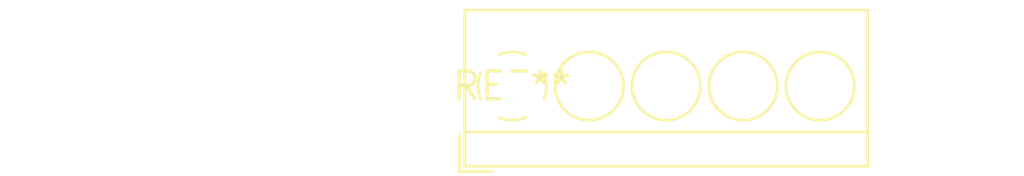
<source format=kicad_pcb>
(kicad_pcb (version 20240108) (generator pcbnew)
  (layers (0 "F.Cu" signal) (31 "B.Cu" signal) (34 "B.Paste" user) (35 "F.Paste" user) (36 "B.SilkS" user "B.Silkscreen") (37 "F.SilkS" user "F.Silkscreen") (38 "B.Mask" user) (39 "F.Mask" user) (44 "Edge.Cuts" user))
  (net 0 "")
  (footprint "TerminalBlock_4Ucon_1x05_P3.50mm_Horizontal" (layer "F.Cu") (at 0 0)
    (property "Reference" "REF**")
    (property "Value" "TerminalBlock_4Ucon_1x05_P3.50mm_Horizontal")
    (fp_line (start -2.4 2.16) (end -2.4 3.9) (layer "F.SilkS") (stroke (width 0.12)))
    (fp_line (start -2.4 3.9) (end -0.9 3.9) (layer "F.SilkS") (stroke (width 0.12)))
    (fp_line (start -2.16 -3.46) (end -2.16 3.66) (layer "F.SilkS") (stroke (width 0.12)))
    (fp_line (start -2.16 -3.46) (end 16.16 -3.46) (layer "F.SilkS") (stroke (width 0.12)))
    (fp_line (start -2.16 2.1) (end 16.16 2.1) (layer "F.SilkS") (stroke (width 0.12)))
    (fp_line (start -2.16 3.66) (end 16.16 3.66) (layer "F.SilkS") (stroke (width 0.12)))
    (fp_line (start 16.16 -3.46) (end 16.16 3.66) (layer "F.SilkS") (stroke (width 0.12)))
    (fp_arc (start -1.432109 0.607742) (mid -1.555727 -0.00014) (end -1.432 -0.608) (layer "F.SilkS") (stroke (width 0.12)))
    (fp_arc (start -0.607742 -1.432109) (mid 0.00014 -1.555727) (end 0.608 -1.432) (layer "F.SilkS") (stroke (width 0.12)))
    (fp_arc (start 0.027011 1.555493) (mid -0.296984 1.527118) (end -0.608 1.432) (layer "F.SilkS") (stroke (width 0.12)))
    (fp_arc (start 0.607587 1.431385) (mid 0.310017 1.523783) (end 0 1.555) (layer "F.SilkS") (stroke (width 0.12)))
    (fp_arc (start 1.432109 -0.607742) (mid 1.555727 0.00014) (end 1.432 0.608) (layer "F.SilkS") (stroke (width 0.12)))
    (fp_circle (center 3.5 0) (end 5.055 0) (layer "F.SilkS") (stroke (width 0.12)) (fill none))
    (fp_circle (center 7 0) (end 8.555 0) (layer "F.SilkS") (stroke (width 0.12)) (fill none))
    (fp_circle (center 10.5 0) (end 12.055 0) (layer "F.SilkS") (stroke (width 0.12)) (fill none))
    (fp_circle (center 14 0) (end 15.555 0) (layer "F.SilkS") (stroke (width 0.12)) (fill none))
    (pad "1" thru_hole rect (at 0 0) (size 2.4 2.4) (drill 1.2) (layers *.Cu *.Mask) (remove_unused_layers))
    (pad "2" thru_hole circle (at 3.5 0) (size 2.4 2.4) (drill 1.2) (layers *.Cu *.Mask) (remove_unused_layers))
    (pad "3" thru_hole circle (at 7 0) (size 2.4 2.4) (drill 1.2) (layers *.Cu *.Mask) (remove_unused_layers))
    (pad "4" thru_hole circle (at 10.5 0) (size 2.4 2.4) (drill 1.2) (layers *.Cu *.Mask) (remove_unused_layers))
    (pad "5" thru_hole circle (at 14 0) (size 2.4 2.4) (drill 1.2) (layers *.Cu *.Mask) (remove_unused_layers))
  )
)
</source>
